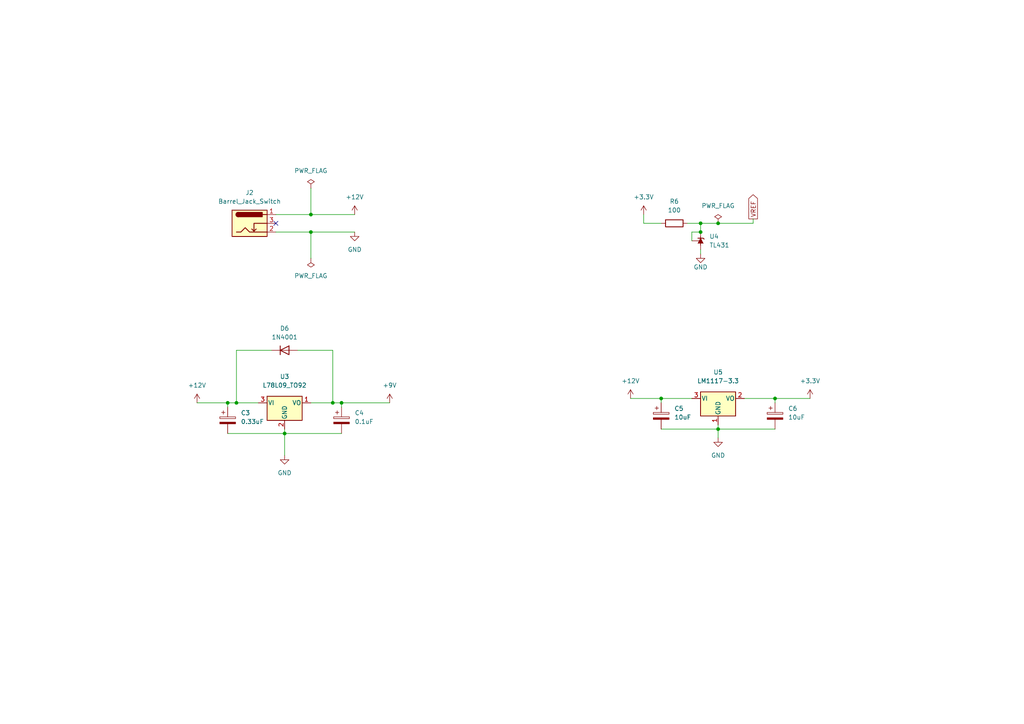
<source format=kicad_sch>
(kicad_sch (version 20211123) (generator eeschema)
  (paper "A4")
  (lib_symbols
    (symbol "Connector:Barrel_Jack_Switch" (pin_names hide)
      (property "Reference" "J" (at 0 5.334 0))
      (property "Value" "Barrel_Jack_Switch" (at 0 -5.08 0))
      (symbol "Barrel_Jack_Switch_0_1"
        (rectangle (start -5.08 3.81) (end 5.08 -3.81) (stroke (width 0.254)) (fill (type background)))
        (arc (start -3.302 3.175) (mid -3.937 2.54) (end -3.302 1.905) (stroke (width 0.254)))
        (arc (start -3.302 3.175) (mid -3.937 2.54) (end -3.302 1.905) (stroke (width 0.254)) (fill (type outline)))
        (polyline (pts (xy 1.27 -2.286) (xy 1.905 -1.651)) (stroke (width 0.254)))
        (polyline (pts (xy 5.08 2.54) (xy 3.81 2.54)) (stroke (width 0.254)))
        (polyline (pts (xy 5.08 0) (xy 1.27 0) (xy 1.27 -2.286) (xy 0.635 -1.651)) (stroke (width 0.254)))
        (polyline (pts (xy -3.81 -2.54) (xy -2.54 -2.54) (xy -1.27 -1.27) (xy 0 -2.54) (xy 2.54 -2.54) (xy 5.08 -2.54)) (stroke (width 0.254)))
        (rectangle (start 3.683 3.175) (end -3.302 1.905) (stroke (width 0.254)) (fill (type outline)))
      )
      (symbol "Barrel_Jack_Switch_1_1"
        (pin passive line (at 7.62 2.54 180) (length 2.54) (name "~") (number "1"))
        (pin passive line (at 7.62 -2.54 180) (length 2.54) (name "~") (number "2"))
        (pin passive line (at 7.62 0 180) (length 2.54) (name "~") (number "3"))
      )
    )
    (symbol "Device:C_Polarized" (pin_numbers hide) (pin_names (offset 0.254))
      (property "Reference" "C" (at 0.635 2.54 0))
      (property "Value" "C_Polarized" (at 0.635 -2.54 0))
      (symbol "C_Polarized_0_1"
        (rectangle (start -2.286 0.508) (end 2.286 1.016))
        (polyline (pts (xy -1.778 2.286) (xy -0.762 2.286)))
        (polyline (pts (xy -1.27 2.794) (xy -1.27 1.778)))
        (rectangle (start 2.286 -0.508) (end -2.286 -1.016) (fill (type outline)))
      )
      (symbol "C_Polarized_1_1"
        (pin passive line (at 0 3.81 270) (length 2.794) (name "~") (number "1"))
        (pin passive line (at 0 -3.81 90) (length 2.794) (name "~") (number "2"))
      )
    )
    (symbol "Device:R" (pin_numbers hide) (pin_names (offset 0))
      (property "Reference" "R" (at 2.032 0 90))
      (property "Value" "R" (at 0 0 90))
      (symbol "R_0_1"
        (rectangle (start -1.016 -2.54) (end 1.016 2.54) (stroke (width 0.254)))
      )
      (symbol "R_1_1"
        (pin passive line (at 0 3.81 270) (length 1.27) (name "~") (number "1"))
        (pin passive line (at 0 -3.81 90) (length 1.27) (name "~") (number "2"))
      )
    )
    (symbol "Diode:1N4001" (pin_numbers hide) (pin_names (offset 1.016) hide)
      (property "Reference" "D" (at 0 2.54 0))
      (property "Value" "1N4001" (at 0 -2.54 0))
      (symbol "1N4001_0_1"
        (polyline (pts (xy -1.27 1.27) (xy -1.27 -1.27)) (stroke (width 0.254)))
        (polyline (pts (xy 1.27 0) (xy -1.27 0)))
        (polyline (pts (xy 1.27 1.27) (xy 1.27 -1.27) (xy -1.27 0) (xy 1.27 1.27)) (stroke (width 0.254)))
      )
      (symbol "1N4001_1_1"
        (pin passive line (at -3.81 0 0) (length 2.54) (name "K") (number "1"))
        (pin passive line (at 3.81 0 180) (length 2.54) (name "A") (number "2"))
      )
    )
    (symbol "Reference_Voltage:TL431LP" (pin_numbers hide) (pin_names hide)
      (property "Reference" "U" (at -2.54 2.54 0))
      (property "Value" "TL431LP" (at 0 -2.54 0))
      (symbol "TL431LP_0_1"
        (polyline (pts (xy -1.27 0) (xy 0 0) (xy 1.27 0)))
        (polyline (pts (xy -0.762 0.762) (xy 0.762 0) (xy -0.762 -0.762)) (fill (type outline)))
        (polyline (pts (xy 0.508 -1.016) (xy 0.762 -0.762) (xy 0.762 0.762) (xy 0.762 0.762)) (stroke (width 0.254)))
      )
      (symbol "TL431LP_1_1"
        (pin passive line (at 0 2.54 270) (length 2.54) (name "REF") (number "1"))
        (pin passive line (at -2.54 0 0) (length 2.54) (name "A") (number "2"))
        (pin passive line (at 2.54 0 180) (length 2.54) (name "K") (number "3"))
      )
    )
    (symbol "Regulator_Linear:L78L09_TO92" (pin_names (offset 0.254))
      (property "Reference" "U" (at -3.81 3.175 0))
      (property "Value" "L78L09_TO92" (at 0 3.175 0))
      (symbol "L78L09_TO92_0_1"
        (rectangle (start -5.08 -5.08) (end 5.08 1.905) (stroke (width 0.254)) (fill (type background)))
      )
      (symbol "L78L09_TO92_1_1"
        (pin power_out line (at 7.62 0 180) (length 2.54) (name "VO") (number "1"))
        (pin power_in line (at 0 -7.62 90) (length 2.54) (name "GND") (number "2"))
        (pin power_in line (at -7.62 0 0) (length 2.54) (name "VI") (number "3"))
      )
    )
    (symbol "Regulator_Linear:LM1117-3.3" (pin_names (offset 0.254))
      (property "Reference" "U" (at -3.81 3.175 0))
      (property "Value" "LM1117-3.3" (at 0 3.175 0))
      (symbol "LM1117-3.3_0_1"
        (rectangle (start -5.08 -5.08) (end 5.08 1.905) (stroke (width 0.254)) (fill (type background)))
      )
      (symbol "LM1117-3.3_1_1"
        (pin power_in line (at 0 -7.62 90) (length 2.54) (name "GND") (number "1"))
        (pin power_out line (at 7.62 0 180) (length 2.54) (name "VO") (number "2"))
        (pin power_in line (at -7.62 0 0) (length 2.54) (name "VI") (number "3"))
      )
    )
    (symbol "power:+12V" (power) (pin_names (offset 0))
      (property "Value" "+12V" (at 0 3.556 0))
      (symbol "+12V_0_1"
        (polyline (pts (xy -0.762 1.27) (xy 0 2.54)))
        (polyline (pts (xy 0 0) (xy 0 2.54)))
        (polyline (pts (xy 0 2.54) (xy 0.762 1.27)))
      )
      (symbol "+12V_1_1"
        (pin power_in line (at 0 0 90) (length 0) hide (name "+12V") (number "1"))
      )
    )
    (symbol "power:+3.3V" (power) (pin_names (offset 0))
      (property "Value" "+3.3V" (at 0 3.556 0))
      (symbol "+3.3V_0_1"
        (polyline (pts (xy -0.762 1.27) (xy 0 2.54)))
        (polyline (pts (xy 0 0) (xy 0 2.54)))
        (polyline (pts (xy 0 2.54) (xy 0.762 1.27)))
      )
      (symbol "+3.3V_1_1"
        (pin power_in line (at 0 0 90) (length 0) hide (name "+3.3V") (number "1"))
      )
    )
    (symbol "power:+9V" (power) (pin_names (offset 0))
      (property "Value" "+9V" (at 0 3.556 0))
      (symbol "+9V_0_1"
        (polyline (pts (xy -0.762 1.27) (xy 0 2.54)))
        (polyline (pts (xy 0 0) (xy 0 2.54)))
        (polyline (pts (xy 0 2.54) (xy 0.762 1.27)))
      )
      (symbol "+9V_1_1"
        (pin power_in line (at 0 0 90) (length 0) hide (name "+9V") (number "1"))
      )
    )
    (symbol "power:GND" (power) (pin_names (offset 0))
      (property "Value" "GND" (at 0 -3.81 0))
      (symbol "GND_0_1"
        (polyline (pts (xy 0 0) (xy 0 -1.27) (xy 1.27 -1.27) (xy 0 -2.54) (xy -1.27 -1.27) (xy 0 -1.27)))
      )
      (symbol "GND_1_1"
        (pin power_in line (at 0 0 270) (length 0) hide (name "GND") (number "1"))
      )
    )
    (symbol "power:PWR_FLAG" (power) (pin_numbers hide) (pin_names (offset 0) hide)
      (property "Value" "PWR_FLAG" (at 0 3.81 0))
      (symbol "PWR_FLAG_0_0"
        (pin power_out line (at 0 0 90) (length 0) (name "pwr") (number "1"))
      )
      (symbol "PWR_FLAG_0_1"
        (polyline (pts (xy 0 0) (xy 0 1.27) (xy -1.016 1.905) (xy 0 2.54) (xy 1.016 1.905) (xy 0 1.27)))
      )
    )
  )
  (junction (at 203.2 64.77))
  (junction (at 68.58 116.84))
  (junction (at 82.55 125.73))
  (junction (at 66.04 116.84))
  (junction (at 96.52 116.84))
  (junction (at 191.77 115.57))
  (junction (at 90.17 67.31))
  (junction (at 224.79 115.57))
  (junction (at 208.28 64.77))
  (junction (at 208.28 124.46))
  (junction (at 203.2 67.31))
  (junction (at 90.17 62.23))
  (junction (at 99.06 116.84))
  (no_connect (at 80.01 64.77))
  (wire (pts (xy 208.28 123.19) (xy 208.28 124.46)))
  (wire (pts (xy 224.79 115.57) (xy 234.95 115.57)))
  (wire (pts (xy 203.2 64.77) (xy 203.2 67.31)))
  (wire (pts (xy 208.28 64.77) (xy 218.44 64.77)))
  (wire (pts (xy 199.39 64.77) (xy 203.2 64.77)))
  (wire (pts (xy 99.06 116.84) (xy 99.06 118.11)))
  (wire (pts (xy 208.28 124.46) (xy 224.79 124.46)))
  (wire (pts (xy 191.77 116.84) (xy 191.77 115.57)))
  (wire (pts (xy 200.66 67.31) (xy 203.2 67.31)))
  (wire (pts (xy 68.58 101.6) (xy 68.58 116.84)))
  (wire (pts (xy 90.17 116.84) (xy 96.52 116.84)))
  (wire (pts (xy 80.01 62.23) (xy 90.17 62.23)))
  (wire (pts (xy 90.17 67.31) (xy 102.87 67.31)))
  (wire (pts (xy 78.74 101.6) (xy 68.58 101.6)))
  (wire (pts (xy 186.69 64.77) (xy 191.77 64.77)))
  (wire (pts (xy 200.66 69.85) (xy 200.66 67.31)))
  (wire (pts (xy 80.01 67.31) (xy 90.17 67.31)))
  (wire (pts (xy 90.17 74.93) (xy 90.17 67.31)))
  (wire (pts (xy 182.88 115.57) (xy 191.77 115.57)))
  (wire (pts (xy 208.28 124.46) (xy 208.28 127)))
  (wire (pts (xy 191.77 115.57) (xy 200.66 115.57)))
  (wire (pts (xy 218.44 64.77) (xy 218.44 63.5)))
  (wire (pts (xy 68.58 116.84) (xy 74.93 116.84)))
  (wire (pts (xy 224.79 115.57) (xy 224.79 116.84)))
  (wire (pts (xy 66.04 118.11) (xy 66.04 116.84)))
  (wire (pts (xy 99.06 116.84) (xy 113.03 116.84)))
  (wire (pts (xy 191.77 124.46) (xy 208.28 124.46)))
  (wire (pts (xy 90.17 62.23) (xy 102.87 62.23)))
  (wire (pts (xy 66.04 116.84) (xy 68.58 116.84)))
  (wire (pts (xy 215.9 115.57) (xy 224.79 115.57)))
  (wire (pts (xy 90.17 54.61) (xy 90.17 62.23)))
  (wire (pts (xy 186.69 62.23) (xy 186.69 64.77)))
  (wire (pts (xy 66.04 125.73) (xy 82.55 125.73)))
  (wire (pts (xy 96.52 101.6) (xy 96.52 116.84)))
  (wire (pts (xy 82.55 125.73) (xy 99.06 125.73)))
  (wire (pts (xy 57.15 116.84) (xy 66.04 116.84)))
  (wire (pts (xy 82.55 125.73) (xy 82.55 132.08)))
  (wire (pts (xy 82.55 124.46) (xy 82.55 125.73)))
  (wire (pts (xy 96.52 116.84) (xy 99.06 116.84)))
  (wire (pts (xy 86.36 101.6) (xy 96.52 101.6)))
  (wire (pts (xy 203.2 64.77) (xy 208.28 64.77)))
  (wire (pts (xy 203.2 73.66) (xy 203.2 72.39)))
  (global_label "VREF" (shape output) (at 218.44 63.5 90) (property "Intersheet References" "${INTERSHEET_REFS}" (effects hide)))
  (symbol (lib_id "Device:C_Polarized") (at 66.04 121.92 0) (unit 1)
    (property "Reference" "C3" (at 69.85 119.7609 0) (effects (justify left)))
    (property "Value" "0.33uF" (at 69.85 122.3009 0) (effects (justify left)))
    (property "Footprint" "Capacitor_THT:CP_Radial_Tantal_D4.5mm_P2.50mm" (effects hide))
    (property "Supplier" "Tayda" (effects hide))
    (property "Manufacturer" "AVX" (effects hide))
    (property "Manufacturer Part No." "0.33uF 35V Radial Capacitor Tantalum" (effects hide))
    (property "Notes" "Tantalum" (effects hide))
    (property "Supplier Part No." "A-5100" (effects hide))
  )
  (symbol (lib_id "Diode:1N4001") (at 82.55 101.6 0) (unit 1)
    (property "Reference" "D6" (at 82.55 95.25 0))
    (property "Value" "1N4001" (at 82.55 97.79 0))
    (property "Footprint" "Diode_THT:D_DO-41_SOD81_P10.16mm_Horizontal" (effects hide))
    (property "Datasheet" "http://www.vishay.com/docs/88503/1n4001.pdf" (effects hide))
    (property "Supplier" "Tayda" (effects hide))
    (property "Manufacturer" "EIC" (effects hide))
    (property "Manufacturer Part No." "1N4001" (effects hide))
    (property "Supplier Part No." "A-162" (effects hide))
  )
  (symbol (lib_id "power:PWR_FLAG") (at 90.17 74.93 180) (unit 1)
    (property "Reference" "#FLG02" (effects hide))
    (property "Value" "PWR_FLAG" (at 90.17 80.01 0))
  )
  (symbol (lib_id "power:PWR_FLAG") (at 90.17 54.61 0) (unit 1)
    (property "Reference" "#FLG01" (effects hide))
    (property "Value" "PWR_FLAG" (at 90.17 49.53 0))
  )
  (symbol (lib_id "Device:C_Polarized") (at 99.06 121.92 0) (unit 1)
    (property "Reference" "C4" (at 102.87 119.7609 0) (effects (justify left)))
    (property "Value" "0.1uF" (at 102.87 122.3009 0) (effects (justify left)))
    (property "Footprint" "Capacitor_THT:CP_Radial_Tantal_D4.5mm_P2.50mm" (effects hide))
    (property "Supplier" "Tayda" (effects hide))
    (property "Manufacturer" "AVX" (effects hide))
    (property "Manufacturer Part No." "0.1uF 35V Radial Capacitor Tantalum" (effects hide))
    (property "Notes" "Tantalum" (effects hide))
    (property "Supplier Part No." "A-1606" (effects hide))
  )
  (symbol (lib_id "Device:R") (at 195.58 64.77 270) (unit 1)
    (property "Reference" "R6" (at 195.58 58.42 90))
    (property "Value" "100" (at 195.58 60.96 90))
    (property "Footprint" "Royal_Ohm_Resistors:R_Axial_DIN0207_L6.8mm_D2.5mm_P10.16mm_Horizontal" (effects hide))
    (property "Supplier" "Tayda" (effects hide))
    (property "Manufacturer" "Royal Ohm" (effects hide))
    (property "Manufacturer Part No." "MF0W4FF1000A50 " (effects hide))
    (property "Supplier Part No." "A-2245" (effects hide))
  )
  (symbol (lib_id "power:GND") (at 102.87 67.31 0) (unit 1)
    (property "Reference" "#PWR029" (effects hide))
    (property "Value" "GND" (at 102.87 72.39 0))
  )
  (symbol (lib_id "Reference_Voltage:TL431LP") (at 203.2 69.85 90) (unit 1)
    (property "Reference" "U4" (at 205.74 68.5799 90) (effects (justify right)))
    (property "Value" "TL431" (at 205.74 71.1199 90) (effects (justify right)))
    (property "Footprint" "Package_TO_SOT_THT:TO-92_Inline" (effects hide))
    (property "Datasheet" "http://www.ti.com/lit/ds/symlink/tl431.pdf" (effects hide))
    (property "Manufacturer" "VARIOUS" (effects hide))
    (property "Manufacturer Part No." "TL431ACL" (effects hide))
    (property "Supplier" "Tayda" (effects hide))
    (property "Supplier Part No." "A-140" (effects hide))
  )
  (symbol (lib_id "power:GND") (at 82.55 132.08 0) (unit 1)
    (property "Reference" "#PWR027" (effects hide))
    (property "Value" "GND" (at 82.55 137.16 0))
  )
  (symbol (lib_id "power:GND") (at 208.28 127 0) (unit 1)
    (property "Reference" "#PWR034" (effects hide))
    (property "Value" "GND" (at 208.28 132.08 0))
  )
  (symbol (lib_id "power:+12V") (at 102.87 62.23 0) (unit 1)
    (property "Reference" "#PWR028" (effects hide))
    (property "Value" "+12V" (at 102.87 57.15 0))
  )
  (symbol (lib_id "power:+12V") (at 182.88 115.57 0) (unit 1)
    (property "Reference" "#PWR031" (effects hide))
    (property "Value" "+12V" (at 182.88 110.49 0))
  )
  (symbol (lib_id "power:PWR_FLAG") (at 208.28 64.77 0) (unit 1)
    (property "Reference" "#FLG03" (effects hide))
    (property "Value" "PWR_FLAG" (at 208.28 59.69 0))
  )
  (symbol (lib_id "power:+12V") (at 57.15 116.84 0) (unit 1)
    (property "Reference" "#PWR026" (effects hide))
    (property "Value" "+12V" (at 57.15 111.76 0))
  )
  (symbol (lib_id "power:GND") (at 203.2 73.66 0) (unit 1)
    (property "Reference" "#PWR033" (effects hide))
    (property "Value" "GND" (at 203.2 77.47 0))
  )
  (symbol (lib_id "power:+9V") (at 113.03 116.84 0) (unit 1)
    (property "Reference" "#PWR030" (effects hide))
    (property "Value" "+9V" (at 113.03 111.76 0))
  )
  (symbol (lib_id "Device:C_Polarized") (at 224.79 120.65 0) (unit 1)
    (property "Reference" "C6" (at 228.6 118.4909 0) (effects (justify left)))
    (property "Value" "10uF" (at 228.6 121.0309 0) (effects (justify left)))
    (property "Footprint" "Capacitor_THT:CP_Radial_Tantal_D4.5mm_P2.50mm" (effects hide))
    (property "Supplier" "Tayda" (effects hide))
    (property "Supplier Part No." "A-5226" (effects hide))
    (property "Notes" "Tantalum" (effects hide))
    (property "Manufacturer" "AVX" (effects hide))
    (property "Manufacturer Part No." "10uF 35V Radial Capacitor Tantalum" (effects hide))
  )
  (symbol (lib_id "Device:C_Polarized") (at 191.77 120.65 0) (unit 1)
    (property "Reference" "C5" (at 195.58 118.4909 0) (effects (justify left)))
    (property "Value" "10uF" (at 195.58 121.0309 0) (effects (justify left)))
    (property "Footprint" "Capacitor_THT:CP_Radial_Tantal_D4.5mm_P2.50mm" (effects hide))
    (property "Supplier" "Tayda" (effects hide))
    (property "Supplier Part No." "A-5226" (effects hide))
    (property "Notes" "Tantalum" (effects hide))
    (property "Manufacturer" "AVX" (effects hide))
    (property "Manufacturer Part No." "10uF 35V Radial Capacitor Tantalum" (effects hide))
  )
  (symbol (lib_id "Regulator_Linear:L78L09_TO92") (at 82.55 116.84 0) (unit 1)
    (property "Reference" "U3" (at 82.55 109.22 0))
    (property "Value" "L78L09_TO92" (at 82.55 111.76 0))
    (property "Footprint" "Package_TO_SOT_THT:TO-92_Inline" (effects hide))
    (property "Datasheet" "http://www.st.com/content/ccc/resource/technical/document/datasheet/15/55/e5/aa/23/5b/43/fd/CD00000446.pdf/files/CD00000446.pdf/jcr:content/translations/en.CD00000446.pdf" (effects hide))
    (property "Supplier" "Tayda" (effects hide))
    (property "Manufacturer" "STMicroelectronics" (effects hide))
    (property "Manufacturer Part No." " " (effects hide))
    (property "Notes" "L78L09ACZ" (effects hide))
    (property "Supplier Part No." "A-878" (effects hide))
  )
  (symbol (lib_id "power:+3.3V") (at 234.95 115.57 0) (unit 1)
    (property "Reference" "#PWR035" (effects hide))
    (property "Value" "+3.3V" (at 234.95 110.49 0))
  )
  (symbol (lib_id "power:+3.3V") (at 186.69 62.23 0) (unit 1)
    (property "Reference" "#PWR032" (effects hide))
    (property "Value" "+3.3V" (at 186.69 57.15 0))
  )
  (symbol (lib_id "Connector:Barrel_Jack_Switch") (at 72.39 64.77 0) (unit 1)
    (property "Reference" "J2" (at 72.39 55.88 0))
    (property "Value" "Barrel_Jack_Switch" (at 72.39 58.42 0))
    (property "Footprint" "WEALTH_METAL_Barrel_Jacks:BarrelJack_Horizontal_2.1mm_WEALTH_METAL" (effects hide))
    (property "Supplier" "Tayda" (effects hide))
    (property "Manufacturer" "WEALTH METAL" (effects hide))
    (property "Manufacturer Part No." "DC Power Jack 2.1mm" (effects hide))
    (property "Supplier Part No." "A-4118" (effects hide))
  )
  (symbol (lib_id "Regulator_Linear:LM1117-3.3") (at 208.28 115.57 0) (unit 1)
    (property "Reference" "U5" (at 208.28 107.95 0))
    (property "Value" "LM1117-3.3" (at 208.28 110.49 0))
    (property "Footprint" "Package_TO_SOT_THT:TO-220-3_Horizontal_TabDown" (effects hide))
    (property "Datasheet" "http://www.ti.com/lit/ds/symlink/lm1117.pdf" (effects hide))
    (property "Supplier" "Tayda" (effects hide))
    (property "Manufacturer" "National Semiconductors" (effects hide))
    (property "Manufacturer Part No." "LM1117T" (effects hide))
    (property "Supplier Part No." "A-628" (effects hide))
  )
)
</source>
